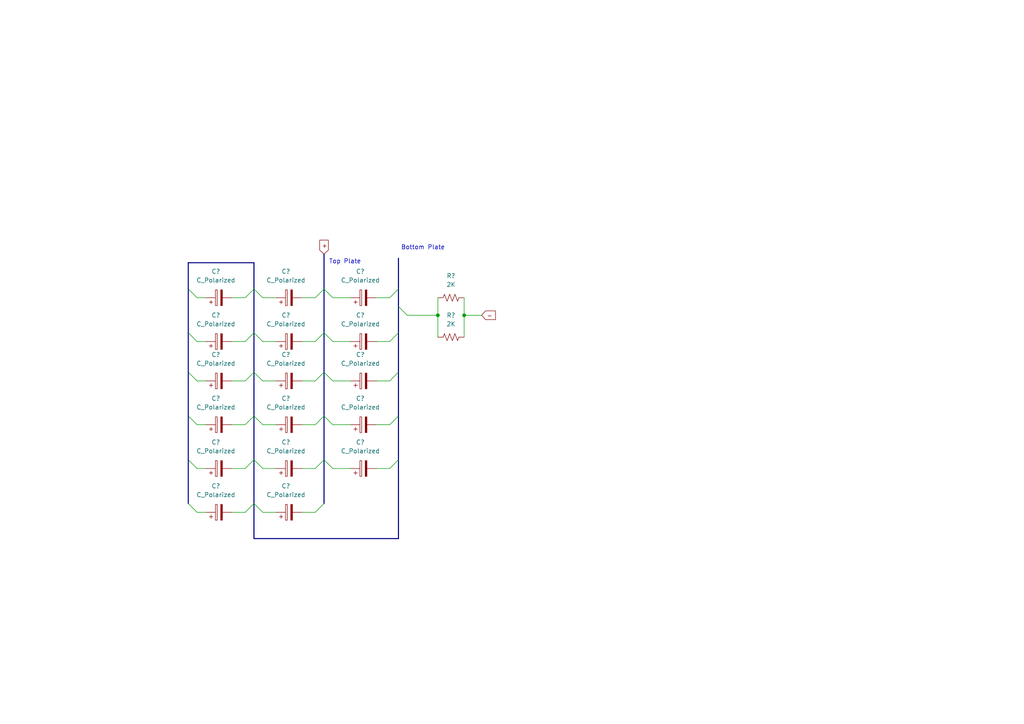
<source format=kicad_sch>
(kicad_sch (version 20231120) (generator "eeschema") (generator_version "8.0")
  (paper "A4")
  (lib_symbols
    (symbol "Device:C_Polarized" (pin_numbers hide) (pin_names (offset 0.254))
      (property "Reference" "C" (at 0.635 2.54 0))
      (property "Value" "C_Polarized" (at 0.635 -2.54 0))
      (symbol "C_Polarized_0_1"
        (rectangle (start -2.286 0.508) (end 2.286 1.016))
        (polyline (pts (xy -1.778 2.286) (xy -0.762 2.286)))
        (polyline (pts (xy -1.27 2.794) (xy -1.27 1.778)))
        (rectangle (start 2.286 -0.508) (end -2.286 -1.016) (fill (type outline)))
      )
      (symbol "C_Polarized_1_1"
        (pin passive line (at 0 3.81 270) (length 2.794) (name "~") (number "1"))
        (pin passive line (at 0 -3.81 90) (length 2.794) (name "~") (number "2"))
      )
    )
    (symbol "Device:R_US" (pin_numbers hide) (pin_names (offset 0))
      (property "Reference" "R" (at 2.54 0 90))
      (property "Value" "R_US" (at -2.54 0 90))
      (symbol "R_US_0_1"
        (polyline (pts (xy 0 -2.286) (xy 0 -2.54)))
        (polyline (pts (xy 0 2.286) (xy 0 2.54)))
        (polyline (pts (xy 0 -0.762) (xy 1.016 -1.143) (xy 0 -1.524) (xy -1.016 -1.905) (xy 0 -2.286)))
        (polyline (pts (xy 0 0.762) (xy 1.016 0.381) (xy 0 0) (xy -1.016 -0.381) (xy 0 -0.762)))
        (polyline (pts (xy 0 2.286) (xy 1.016 1.905) (xy 0 1.524) (xy -1.016 1.143) (xy 0 0.762)))
      )
      (symbol "R_US_1_1"
        (pin passive line (at 0 3.81 270) (length 1.27) (name "~") (number "1"))
        (pin passive line (at 0 -3.81 90) (length 1.27) (name "~") (number "2"))
      )
    )
  )
  (junction (at 134.62 91.44))
  (junction (at 127 91.44))
  (bus_entry (at 54.61 120.65) (size 2.54 2.54))
  (bus_entry (at 73.66 120.65) (size 2.54 2.54))
  (bus_entry (at 115.57 120.65) (size -2.54 2.54))
  (bus_entry (at 115.57 88.9) (size 2.54 2.54))
  (bus_entry (at 91.44 135.89) (size 2.54 -2.54))
  (bus_entry (at 91.44 110.49) (size 2.54 -2.54))
  (bus_entry (at 115.57 96.52) (size -2.54 2.54))
  (bus_entry (at 93.98 83.82) (size 2.54 2.54))
  (bus_entry (at 71.12 99.06) (size 2.54 -2.54))
  (bus_entry (at 73.66 83.82) (size 2.54 2.54))
  (bus_entry (at 71.12 110.49) (size 2.54 -2.54))
  (bus_entry (at 71.12 148.59) (size 2.54 -2.54))
  (bus_entry (at 54.61 107.95) (size 2.54 2.54))
  (bus_entry (at 54.61 96.52) (size 2.54 2.54))
  (bus_entry (at 93.98 96.52) (size 2.54 2.54))
  (bus_entry (at 54.61 83.82) (size 2.54 2.54))
  (bus_entry (at 71.12 135.89) (size 2.54 -2.54))
  (bus_entry (at 73.66 146.05) (size 2.54 2.54))
  (bus_entry (at 73.66 96.52) (size 2.54 2.54))
  (bus_entry (at 54.61 133.35) (size 2.54 2.54))
  (bus_entry (at 54.61 146.05) (size 2.54 2.54))
  (bus_entry (at 73.66 107.95) (size 2.54 2.54))
  (bus_entry (at 93.98 120.65) (size 2.54 2.54))
  (bus_entry (at 71.12 123.19) (size 2.54 -2.54))
  (bus_entry (at 115.57 83.82) (size -2.54 2.54))
  (bus_entry (at 91.44 123.19) (size 2.54 -2.54))
  (bus_entry (at 71.12 86.36) (size 2.54 -2.54))
  (bus_entry (at 91.44 99.06) (size 2.54 -2.54))
  (bus_entry (at 115.57 107.95) (size -2.54 2.54))
  (bus_entry (at 93.98 133.35) (size 2.54 2.54))
  (bus_entry (at 73.66 133.35) (size 2.54 2.54))
  (bus_entry (at 91.44 86.36) (size 2.54 -2.54))
  (bus_entry (at 91.44 148.59) (size 2.54 -2.54))
  (bus_entry (at 115.57 133.35) (size -2.54 2.54))
  (bus_entry (at 93.98 107.95) (size 2.54 2.54))
  (wire (pts (xy 127 86.36) (xy 127 91.44)))
  (wire (pts (xy 57.15 99.06) (xy 59.69 99.06)))
  (wire (pts (xy 57.15 110.49) (xy 59.69 110.49)))
  (wire (pts (xy 96.52 135.89) (xy 101.6 135.89)))
  (wire (pts (xy 109.22 135.89) (xy 113.03 135.89)))
  (bus (pts (xy 93.98 120.65) (xy 93.98 133.35)))
  (bus (pts (xy 73.66 133.35) (xy 73.66 146.05)))
  (wire (pts (xy 87.63 148.59) (xy 91.44 148.59)))
  (wire (pts (xy 96.52 123.19) (xy 101.6 123.19)))
  (wire (pts (xy 134.62 91.44) (xy 139.7 91.44)))
  (bus (pts (xy 73.66 146.05) (xy 73.66 156.21)))
  (wire (pts (xy 67.31 123.19) (xy 71.12 123.19)))
  (bus (pts (xy 115.57 133.35) (xy 115.57 156.21)))
  (wire (pts (xy 57.15 135.89) (xy 59.69 135.89)))
  (wire (pts (xy 67.31 86.36) (xy 71.12 86.36)))
  (wire (pts (xy 76.2 86.36) (xy 80.01 86.36)))
  (wire (pts (xy 109.22 110.49) (xy 113.03 110.49)))
  (bus (pts (xy 54.61 133.35) (xy 54.61 146.05)))
  (wire (pts (xy 134.62 91.44) (xy 134.62 97.79)))
  (bus (pts (xy 93.98 83.82) (xy 93.98 96.52)))
  (wire (pts (xy 127 91.44) (xy 127 97.79)))
  (bus (pts (xy 93.98 73.66) (xy 93.98 83.82)))
  (wire (pts (xy 57.15 148.59) (xy 59.69 148.59)))
  (bus (pts (xy 54.61 96.52) (xy 54.61 83.82)))
  (bus (pts (xy 93.98 96.52) (xy 93.98 107.95)))
  (wire (pts (xy 109.22 123.19) (xy 113.03 123.19)))
  (wire (pts (xy 96.52 86.36) (xy 101.6 86.36)))
  (bus (pts (xy 115.57 96.52) (xy 115.57 107.95)))
  (bus (pts (xy 93.98 107.95) (xy 93.98 120.65)))
  (wire (pts (xy 109.22 86.36) (xy 113.03 86.36)))
  (bus (pts (xy 73.66 96.52) (xy 73.66 107.95)))
  (bus (pts (xy 54.61 107.95) (xy 54.61 96.52)))
  (wire (pts (xy 87.63 99.06) (xy 91.44 99.06)))
  (wire (pts (xy 96.52 110.49) (xy 101.6 110.49)))
  (wire (pts (xy 67.31 135.89) (xy 71.12 135.89)))
  (bus (pts (xy 54.61 133.35) (xy 54.61 120.65)))
  (wire (pts (xy 134.62 86.36) (xy 134.62 91.44)))
  (wire (pts (xy 76.2 99.06) (xy 80.01 99.06)))
  (wire (pts (xy 76.2 110.49) (xy 80.01 110.49)))
  (bus (pts (xy 115.57 88.9) (xy 115.57 83.82)))
  (bus (pts (xy 115.57 120.65) (xy 115.57 133.35)))
  (wire (pts (xy 57.15 123.19) (xy 59.69 123.19)))
  (bus (pts (xy 93.98 133.35) (xy 93.98 146.05)))
  (bus (pts (xy 115.57 156.21) (xy 73.66 156.21)))
  (bus (pts (xy 73.66 76.2) (xy 73.66 83.82)))
  (wire (pts (xy 96.52 99.06) (xy 101.6 99.06)))
  (bus (pts (xy 115.57 74.93) (xy 115.57 83.82)))
  (wire (pts (xy 76.2 135.89) (xy 80.01 135.89)))
  (bus (pts (xy 54.61 83.82) (xy 54.61 76.2)))
  (wire (pts (xy 67.31 110.49) (xy 71.12 110.49)))
  (wire (pts (xy 87.63 123.19) (xy 91.44 123.19)))
  (wire (pts (xy 57.15 86.36) (xy 59.69 86.36)))
  (wire (pts (xy 67.31 99.06) (xy 71.12 99.06)))
  (wire (pts (xy 67.31 148.59) (xy 71.12 148.59)))
  (wire (pts (xy 109.22 99.06) (xy 113.03 99.06)))
  (wire (pts (xy 118.11 91.44) (xy 127 91.44)))
  (bus (pts (xy 54.61 76.2) (xy 73.66 76.2)))
  (wire (pts (xy 87.63 110.49) (xy 91.44 110.49)))
  (wire (pts (xy 76.2 123.19) (xy 80.01 123.19)))
  (wire (pts (xy 87.63 135.89) (xy 91.44 135.89)))
  (bus (pts (xy 115.57 88.9) (xy 115.57 96.52)))
  (bus (pts (xy 54.61 120.65) (xy 54.61 107.95)))
  (wire (pts (xy 87.63 86.36) (xy 91.44 86.36)))
  (wire (pts (xy 76.2 148.59) (xy 80.01 148.59)))
  (bus (pts (xy 73.66 120.65) (xy 73.66 133.35)))
  (bus (pts (xy 115.57 107.95) (xy 115.57 120.65)))
  (bus (pts (xy 73.66 83.82) (xy 73.66 96.52)))
  (bus (pts (xy 73.66 107.95) (xy 73.66 120.65)))
  (text "Top Plate" (at 100.076 75.946 0) (effects (font (size 1.27 1.27))))
  (text "Bottom Plate\n" (at 122.682 71.882 0) (effects (font (size 1.27 1.27))))
  (global_label "-" (shape input) (at 139.7 91.44 0) (property "Intersheetrefs" "${INTERSHEET_REFS}" (effects (hide yes))))
  (global_label "+" (shape input) (at 93.98 73.66 90) (property "Intersheetrefs" "${INTERSHEET_REFS}" (effects (hide yes))))
  (symbol (lib_id "Device:R_US") (at 130.81 86.36 90) (unit 1)
    (property "Reference" "R?" (at 130.81 80.01 90))
    (property "Value" "2K" (at 130.81 82.55 90))
    (property "Description" "Resistor, US symbol" (effects (hide yes)))
  )
  (symbol (lib_id "Device:C_Polarized") (at 105.41 86.36 90) (unit 1)
    (property "Reference" "C?" (at 104.521 78.74 90))
    (property "Value" "C_Polarized" (at 104.521 81.28 90))
    (property "Description" "Polarized capacitor" (effects (hide yes)))
  )
  (symbol (lib_id "Device:C_Polarized") (at 83.82 148.59 90) (unit 1)
    (property "Reference" "C?" (at 82.931 140.97 90))
    (property "Value" "C_Polarized" (at 82.931 143.51 90))
    (property "Description" "Polarized capacitor" (effects (hide yes)))
  )
  (symbol (lib_id "Device:C_Polarized") (at 83.82 99.06 90) (unit 1)
    (property "Reference" "C?" (at 82.931 91.44 90))
    (property "Value" "C_Polarized" (at 82.931 93.98 90))
    (property "Description" "Polarized capacitor" (effects (hide yes)))
  )
  (symbol (lib_id "Device:R_US") (at 130.81 97.79 90) (unit 1)
    (property "Reference" "R?" (at 130.81 91.44 90))
    (property "Value" "2K" (at 130.81 93.98 90))
    (property "Description" "Resistor, US symbol" (effects (hide yes)))
  )
  (symbol (lib_id "Device:C_Polarized") (at 63.5 148.59 90) (unit 1)
    (property "Reference" "C?" (at 62.611 140.97 90))
    (property "Value" "C_Polarized" (at 62.611 143.51 90))
    (property "Description" "Polarized capacitor" (effects (hide yes)))
  )
  (symbol (lib_id "Device:C_Polarized") (at 105.41 135.89 90) (unit 1)
    (property "Reference" "C?" (at 104.521 128.27 90))
    (property "Value" "C_Polarized" (at 104.521 130.81 90))
    (property "Description" "Polarized capacitor" (effects (hide yes)))
  )
  (symbol (lib_id "Device:C_Polarized") (at 63.5 86.36 90) (unit 1)
    (property "Reference" "C?" (at 62.611 78.74 90))
    (property "Value" "C_Polarized" (at 62.611 81.28 90))
    (property "Description" "Polarized capacitor" (effects (hide yes)))
  )
  (symbol (lib_id "Device:C_Polarized") (at 105.41 110.49 90) (unit 1)
    (property "Reference" "C?" (at 104.521 102.87 90))
    (property "Value" "C_Polarized" (at 104.521 105.41 90))
    (property "Description" "Polarized capacitor" (effects (hide yes)))
  )
  (symbol (lib_id "Device:C_Polarized") (at 83.82 110.49 90) (unit 1)
    (property "Reference" "C?" (at 82.931 102.87 90))
    (property "Value" "C_Polarized" (at 82.931 105.41 90))
    (property "Description" "Polarized capacitor" (effects (hide yes)))
  )
  (symbol (lib_id "Device:C_Polarized") (at 63.5 110.49 90) (unit 1)
    (property "Reference" "C?" (at 62.611 102.87 90))
    (property "Value" "C_Polarized" (at 62.611 105.41 90))
    (property "Description" "Polarized capacitor" (effects (hide yes)))
  )
  (symbol (lib_id "Device:C_Polarized") (at 105.41 99.06 90) (unit 1)
    (property "Reference" "C?" (at 104.521 91.44 90))
    (property "Value" "C_Polarized" (at 104.521 93.98 90))
    (property "Description" "Polarized capacitor" (effects (hide yes)))
  )
  (symbol (lib_id "Device:C_Polarized") (at 63.5 135.89 90) (unit 1)
    (property "Reference" "C?" (at 62.611 128.27 90))
    (property "Value" "C_Polarized" (at 62.611 130.81 90))
    (property "Description" "Polarized capacitor" (effects (hide yes)))
  )
  (symbol (lib_id "Device:C_Polarized") (at 83.82 86.36 90) (unit 1)
    (property "Reference" "C?" (at 82.931 78.74 90))
    (property "Value" "C_Polarized" (at 82.931 81.28 90))
    (property "Description" "Polarized capacitor" (effects (hide yes)))
  )
  (symbol (lib_id "Device:C_Polarized") (at 63.5 123.19 90) (unit 1)
    (property "Reference" "C?" (at 62.611 115.57 90))
    (property "Value" "C_Polarized" (at 62.611 118.11 90))
    (property "Description" "Polarized capacitor" (effects (hide yes)))
  )
  (symbol (lib_id "Device:C_Polarized") (at 83.82 123.19 90) (unit 1)
    (property "Reference" "C?" (at 82.931 115.57 90))
    (property "Value" "C_Polarized" (at 82.931 118.11 90))
    (property "Description" "Polarized capacitor" (effects (hide yes)))
  )
  (symbol (lib_id "Device:C_Polarized") (at 83.82 135.89 90) (unit 1)
    (property "Reference" "C?" (at 82.931 128.27 90))
    (property "Value" "C_Polarized" (at 82.931 130.81 90))
    (property "Description" "Polarized capacitor" (effects (hide yes)))
  )
  (symbol (lib_id "Device:C_Polarized") (at 63.5 99.06 90) (unit 1)
    (property "Reference" "C?" (at 62.611 91.44 90))
    (property "Value" "C_Polarized" (at 62.611 93.98 90))
    (property "Description" "Polarized capacitor" (effects (hide yes)))
  )
  (symbol (lib_id "Device:C_Polarized") (at 105.41 123.19 90) (unit 1)
    (property "Reference" "C?" (at 104.521 115.57 90))
    (property "Value" "C_Polarized" (at 104.521 118.11 90))
    (property "Description" "Polarized capacitor" (effects (hide yes)))
  )
)
</source>
